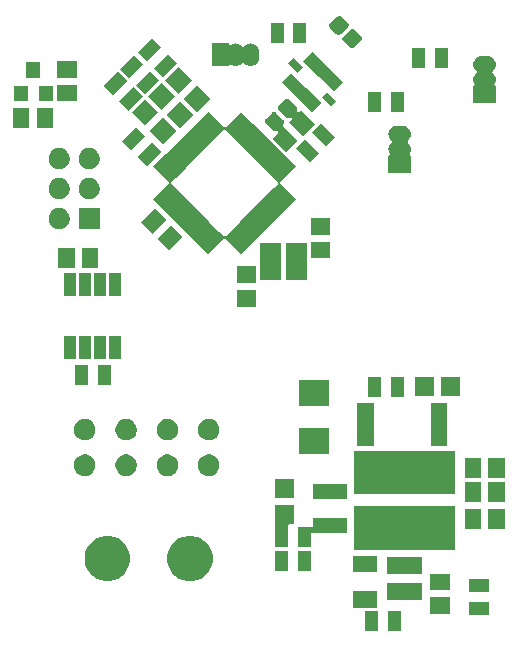
<source format=gts>
G04 #@! TF.GenerationSoftware,KiCad,Pcbnew,5.0.1-33cea8e~68~ubuntu18.04.1*
G04 #@! TF.CreationDate,2019-04-03T20:24:34-04:00*
G04 #@! TF.ProjectId,IMU,494D552E6B696361645F706362000000,rev?*
G04 #@! TF.SameCoordinates,Original*
G04 #@! TF.FileFunction,Soldermask,Top*
G04 #@! TF.FilePolarity,Negative*
%FSLAX46Y46*%
G04 Gerber Fmt 4.6, Leading zero omitted, Abs format (unit mm)*
G04 Created by KiCad (PCBNEW 5.0.1-33cea8e~68~ubuntu18.04.1) date Wed 03 Apr 2019 08:24:34 PM EDT*
%MOMM*%
%LPD*%
G01*
G04 APERTURE LIST*
%ADD10C,0.100000*%
G04 APERTURE END LIST*
D10*
G36*
X152868560Y-123807880D02*
X151768560Y-123807880D01*
X151768560Y-122107880D01*
X152868560Y-122107880D01*
X152868560Y-123807880D01*
X152868560Y-123807880D01*
G37*
G36*
X150968560Y-123807880D02*
X149868560Y-123807880D01*
X149868560Y-122107880D01*
X150968560Y-122107880D01*
X150968560Y-123807880D01*
X150968560Y-123807880D01*
G37*
G36*
X160346560Y-122425880D02*
X158646560Y-122425880D01*
X158646560Y-121325880D01*
X160346560Y-121325880D01*
X160346560Y-122425880D01*
X160346560Y-122425880D01*
G37*
G36*
X157019560Y-122371880D02*
X155369560Y-122371880D01*
X155369560Y-120971880D01*
X157019560Y-120971880D01*
X157019560Y-122371880D01*
X157019560Y-122371880D01*
G37*
G36*
X150844560Y-121855880D02*
X148844560Y-121855880D01*
X148844560Y-120455880D01*
X150844560Y-120455880D01*
X150844560Y-121855880D01*
X150844560Y-121855880D01*
G37*
G36*
X154659660Y-121168380D02*
X151709660Y-121168380D01*
X151709660Y-119708380D01*
X154659660Y-119708380D01*
X154659660Y-121168380D01*
X154659660Y-121168380D01*
G37*
G36*
X160346560Y-120525880D02*
X158646560Y-120525880D01*
X158646560Y-119425880D01*
X160346560Y-119425880D01*
X160346560Y-120525880D01*
X160346560Y-120525880D01*
G37*
G36*
X157019560Y-120371880D02*
X155369560Y-120371880D01*
X155369560Y-118971880D01*
X157019560Y-118971880D01*
X157019560Y-120371880D01*
X157019560Y-120371880D01*
G37*
G36*
X135602379Y-115828896D02*
X135602381Y-115828897D01*
X135602382Y-115828897D01*
X135952709Y-115974007D01*
X135952710Y-115974008D01*
X136267999Y-116184677D01*
X136536123Y-116452801D01*
X136536125Y-116452804D01*
X136746793Y-116768091D01*
X136891903Y-117118418D01*
X136965880Y-117490324D01*
X136965880Y-117869516D01*
X136891903Y-118241422D01*
X136746793Y-118591749D01*
X136746792Y-118591750D01*
X136536123Y-118907039D01*
X136267999Y-119175163D01*
X136267996Y-119175165D01*
X135952709Y-119385833D01*
X135602382Y-119530943D01*
X135602381Y-119530943D01*
X135602379Y-119530944D01*
X135230477Y-119604920D01*
X134851283Y-119604920D01*
X134479381Y-119530944D01*
X134479379Y-119530943D01*
X134479378Y-119530943D01*
X134129051Y-119385833D01*
X133813764Y-119175165D01*
X133813761Y-119175163D01*
X133545637Y-118907039D01*
X133334968Y-118591750D01*
X133334967Y-118591749D01*
X133189857Y-118241422D01*
X133115880Y-117869516D01*
X133115880Y-117490324D01*
X133189857Y-117118418D01*
X133334967Y-116768091D01*
X133545635Y-116452804D01*
X133545637Y-116452801D01*
X133813761Y-116184677D01*
X134129050Y-115974008D01*
X134129051Y-115974007D01*
X134479378Y-115828897D01*
X134479379Y-115828897D01*
X134479381Y-115828896D01*
X134851283Y-115754920D01*
X135230477Y-115754920D01*
X135602379Y-115828896D01*
X135602379Y-115828896D01*
G37*
G36*
X128602379Y-115828896D02*
X128602381Y-115828897D01*
X128602382Y-115828897D01*
X128952709Y-115974007D01*
X128952710Y-115974008D01*
X129267999Y-116184677D01*
X129536123Y-116452801D01*
X129536125Y-116452804D01*
X129746793Y-116768091D01*
X129891903Y-117118418D01*
X129965880Y-117490324D01*
X129965880Y-117869516D01*
X129891903Y-118241422D01*
X129746793Y-118591749D01*
X129746792Y-118591750D01*
X129536123Y-118907039D01*
X129267999Y-119175163D01*
X129267996Y-119175165D01*
X128952709Y-119385833D01*
X128602382Y-119530943D01*
X128602381Y-119530943D01*
X128602379Y-119530944D01*
X128230477Y-119604920D01*
X127851283Y-119604920D01*
X127479381Y-119530944D01*
X127479379Y-119530943D01*
X127479378Y-119530943D01*
X127129051Y-119385833D01*
X126813764Y-119175165D01*
X126813761Y-119175163D01*
X126545637Y-118907039D01*
X126334968Y-118591750D01*
X126334967Y-118591749D01*
X126189857Y-118241422D01*
X126115880Y-117869516D01*
X126115880Y-117490324D01*
X126189857Y-117118418D01*
X126334967Y-116768091D01*
X126545635Y-116452804D01*
X126545637Y-116452801D01*
X126813761Y-116184677D01*
X127129050Y-115974008D01*
X127129051Y-115974007D01*
X127479378Y-115828897D01*
X127479379Y-115828897D01*
X127479381Y-115828896D01*
X127851283Y-115754920D01*
X128230477Y-115754920D01*
X128602379Y-115828896D01*
X128602379Y-115828896D01*
G37*
G36*
X154659660Y-118968380D02*
X151709660Y-118968380D01*
X151709660Y-117508380D01*
X154659660Y-117508380D01*
X154659660Y-118968380D01*
X154659660Y-118968380D01*
G37*
G36*
X150844560Y-118855880D02*
X148844560Y-118855880D01*
X148844560Y-117455880D01*
X150844560Y-117455880D01*
X150844560Y-118855880D01*
X150844560Y-118855880D01*
G37*
G36*
X143348560Y-118727880D02*
X142248560Y-118727880D01*
X142248560Y-117027880D01*
X143348560Y-117027880D01*
X143348560Y-118727880D01*
X143348560Y-118727880D01*
G37*
G36*
X145248560Y-118727880D02*
X144148560Y-118727880D01*
X144148560Y-117027880D01*
X145248560Y-117027880D01*
X145248560Y-118727880D01*
X145248560Y-118727880D01*
G37*
G36*
X157510060Y-116934380D02*
X148910060Y-116934380D01*
X148910060Y-113234380D01*
X157510060Y-113234380D01*
X157510060Y-116934380D01*
X157510060Y-116934380D01*
G37*
G36*
X143847720Y-114775240D02*
X143473560Y-114775240D01*
X143449174Y-114777642D01*
X143425725Y-114784755D01*
X143404114Y-114796306D01*
X143385172Y-114811852D01*
X143369626Y-114830794D01*
X143358075Y-114852405D01*
X143350962Y-114875854D01*
X143348560Y-114900240D01*
X143348560Y-116695880D01*
X142248560Y-116695880D01*
X142248560Y-114900240D01*
X142247720Y-114891712D01*
X142247720Y-113175240D01*
X143847720Y-113175240D01*
X143847720Y-114775240D01*
X143847720Y-114775240D01*
G37*
G36*
X148354060Y-115538380D02*
X145373560Y-115538380D01*
X145349174Y-115540782D01*
X145325725Y-115547895D01*
X145304114Y-115559446D01*
X145285172Y-115574992D01*
X145269626Y-115593934D01*
X145258075Y-115615545D01*
X145250962Y-115638994D01*
X145248560Y-115663380D01*
X145248560Y-116695880D01*
X144148560Y-116695880D01*
X144148560Y-114995880D01*
X145329060Y-114995880D01*
X145353446Y-114993478D01*
X145376895Y-114986365D01*
X145398506Y-114974814D01*
X145417448Y-114959268D01*
X145432994Y-114940326D01*
X145444545Y-114918715D01*
X145451658Y-114895266D01*
X145454060Y-114870880D01*
X145454060Y-114238380D01*
X148354060Y-114238380D01*
X148354060Y-115538380D01*
X148354060Y-115538380D01*
G37*
G36*
X159704560Y-115146880D02*
X158304560Y-115146880D01*
X158304560Y-113496880D01*
X159704560Y-113496880D01*
X159704560Y-115146880D01*
X159704560Y-115146880D01*
G37*
G36*
X161704560Y-115146880D02*
X160304560Y-115146880D01*
X160304560Y-113496880D01*
X161704560Y-113496880D01*
X161704560Y-115146880D01*
X161704560Y-115146880D01*
G37*
G36*
X159704560Y-112860880D02*
X158304560Y-112860880D01*
X158304560Y-111210880D01*
X159704560Y-111210880D01*
X159704560Y-112860880D01*
X159704560Y-112860880D01*
G37*
G36*
X161704560Y-112860880D02*
X160304560Y-112860880D01*
X160304560Y-111210880D01*
X161704560Y-111210880D01*
X161704560Y-112860880D01*
X161704560Y-112860880D01*
G37*
G36*
X148354060Y-112638380D02*
X145454060Y-112638380D01*
X145454060Y-111338380D01*
X148354060Y-111338380D01*
X148354060Y-112638380D01*
X148354060Y-112638380D01*
G37*
G36*
X143847720Y-112575240D02*
X142247720Y-112575240D01*
X142247720Y-110975240D01*
X143847720Y-110975240D01*
X143847720Y-112575240D01*
X143847720Y-112575240D01*
G37*
G36*
X157510060Y-112234380D02*
X148910060Y-112234380D01*
X148910060Y-108534380D01*
X157510060Y-108534380D01*
X157510060Y-112234380D01*
X157510060Y-112234380D01*
G37*
G36*
X159704560Y-110828880D02*
X158304560Y-110828880D01*
X158304560Y-109178880D01*
X159704560Y-109178880D01*
X159704560Y-110828880D01*
X159704560Y-110828880D01*
G37*
G36*
X161704560Y-110828880D02*
X160304560Y-110828880D01*
X160304560Y-109178880D01*
X161704560Y-109178880D01*
X161704560Y-110828880D01*
X161704560Y-110828880D01*
G37*
G36*
X126396314Y-108894890D02*
X126396316Y-108894891D01*
X126396317Y-108894891D01*
X126561927Y-108963489D01*
X126710974Y-109063079D01*
X126837721Y-109189826D01*
X126937311Y-109338873D01*
X127005910Y-109504486D01*
X127040880Y-109680291D01*
X127040880Y-109859549D01*
X127005910Y-110035354D01*
X126937311Y-110200967D01*
X126837721Y-110350014D01*
X126710974Y-110476761D01*
X126710971Y-110476763D01*
X126561927Y-110576351D01*
X126396317Y-110644949D01*
X126396316Y-110644949D01*
X126396314Y-110644950D01*
X126220509Y-110679920D01*
X126041251Y-110679920D01*
X125865446Y-110644950D01*
X125865444Y-110644949D01*
X125865443Y-110644949D01*
X125699833Y-110576351D01*
X125550789Y-110476763D01*
X125550786Y-110476761D01*
X125424039Y-110350014D01*
X125324449Y-110200967D01*
X125255850Y-110035354D01*
X125220880Y-109859549D01*
X125220880Y-109680291D01*
X125255850Y-109504486D01*
X125324449Y-109338873D01*
X125424039Y-109189826D01*
X125550786Y-109063079D01*
X125699833Y-108963489D01*
X125865443Y-108894891D01*
X125865444Y-108894891D01*
X125865446Y-108894890D01*
X126041251Y-108859920D01*
X126220509Y-108859920D01*
X126396314Y-108894890D01*
X126396314Y-108894890D01*
G37*
G36*
X136896314Y-108894890D02*
X136896316Y-108894891D01*
X136896317Y-108894891D01*
X137061927Y-108963489D01*
X137210974Y-109063079D01*
X137337721Y-109189826D01*
X137437311Y-109338873D01*
X137505910Y-109504486D01*
X137540880Y-109680291D01*
X137540880Y-109859549D01*
X137505910Y-110035354D01*
X137437311Y-110200967D01*
X137337721Y-110350014D01*
X137210974Y-110476761D01*
X137210971Y-110476763D01*
X137061927Y-110576351D01*
X136896317Y-110644949D01*
X136896316Y-110644949D01*
X136896314Y-110644950D01*
X136720509Y-110679920D01*
X136541251Y-110679920D01*
X136365446Y-110644950D01*
X136365444Y-110644949D01*
X136365443Y-110644949D01*
X136199833Y-110576351D01*
X136050789Y-110476763D01*
X136050786Y-110476761D01*
X135924039Y-110350014D01*
X135824449Y-110200967D01*
X135755850Y-110035354D01*
X135720880Y-109859549D01*
X135720880Y-109680291D01*
X135755850Y-109504486D01*
X135824449Y-109338873D01*
X135924039Y-109189826D01*
X136050786Y-109063079D01*
X136199833Y-108963489D01*
X136365443Y-108894891D01*
X136365444Y-108894891D01*
X136365446Y-108894890D01*
X136541251Y-108859920D01*
X136720509Y-108859920D01*
X136896314Y-108894890D01*
X136896314Y-108894890D01*
G37*
G36*
X129896314Y-108894890D02*
X129896316Y-108894891D01*
X129896317Y-108894891D01*
X130061927Y-108963489D01*
X130210974Y-109063079D01*
X130337721Y-109189826D01*
X130437311Y-109338873D01*
X130505910Y-109504486D01*
X130540880Y-109680291D01*
X130540880Y-109859549D01*
X130505910Y-110035354D01*
X130437311Y-110200967D01*
X130337721Y-110350014D01*
X130210974Y-110476761D01*
X130210971Y-110476763D01*
X130061927Y-110576351D01*
X129896317Y-110644949D01*
X129896316Y-110644949D01*
X129896314Y-110644950D01*
X129720509Y-110679920D01*
X129541251Y-110679920D01*
X129365446Y-110644950D01*
X129365444Y-110644949D01*
X129365443Y-110644949D01*
X129199833Y-110576351D01*
X129050789Y-110476763D01*
X129050786Y-110476761D01*
X128924039Y-110350014D01*
X128824449Y-110200967D01*
X128755850Y-110035354D01*
X128720880Y-109859549D01*
X128720880Y-109680291D01*
X128755850Y-109504486D01*
X128824449Y-109338873D01*
X128924039Y-109189826D01*
X129050786Y-109063079D01*
X129199833Y-108963489D01*
X129365443Y-108894891D01*
X129365444Y-108894891D01*
X129365446Y-108894890D01*
X129541251Y-108859920D01*
X129720509Y-108859920D01*
X129896314Y-108894890D01*
X129896314Y-108894890D01*
G37*
G36*
X133396314Y-108894890D02*
X133396316Y-108894891D01*
X133396317Y-108894891D01*
X133561927Y-108963489D01*
X133710974Y-109063079D01*
X133837721Y-109189826D01*
X133937311Y-109338873D01*
X134005910Y-109504486D01*
X134040880Y-109680291D01*
X134040880Y-109859549D01*
X134005910Y-110035354D01*
X133937311Y-110200967D01*
X133837721Y-110350014D01*
X133710974Y-110476761D01*
X133710971Y-110476763D01*
X133561927Y-110576351D01*
X133396317Y-110644949D01*
X133396316Y-110644949D01*
X133396314Y-110644950D01*
X133220509Y-110679920D01*
X133041251Y-110679920D01*
X132865446Y-110644950D01*
X132865444Y-110644949D01*
X132865443Y-110644949D01*
X132699833Y-110576351D01*
X132550789Y-110476763D01*
X132550786Y-110476761D01*
X132424039Y-110350014D01*
X132324449Y-110200967D01*
X132255850Y-110035354D01*
X132220880Y-109859549D01*
X132220880Y-109680291D01*
X132255850Y-109504486D01*
X132324449Y-109338873D01*
X132424039Y-109189826D01*
X132550786Y-109063079D01*
X132699833Y-108963489D01*
X132865443Y-108894891D01*
X132865444Y-108894891D01*
X132865446Y-108894890D01*
X133041251Y-108859920D01*
X133220509Y-108859920D01*
X133396314Y-108894890D01*
X133396314Y-108894890D01*
G37*
G36*
X146806060Y-108806880D02*
X144247060Y-108806880D01*
X144247060Y-106628880D01*
X146806060Y-106628880D01*
X146806060Y-108806880D01*
X146806060Y-108806880D01*
G37*
G36*
X150619560Y-108120880D02*
X149219560Y-108120880D01*
X149219560Y-104520880D01*
X150619560Y-104520880D01*
X150619560Y-108120880D01*
X150619560Y-108120880D01*
G37*
G36*
X156819560Y-108120880D02*
X155419560Y-108120880D01*
X155419560Y-104520880D01*
X156819560Y-104520880D01*
X156819560Y-108120880D01*
X156819560Y-108120880D01*
G37*
G36*
X129896314Y-105894890D02*
X129896316Y-105894891D01*
X129896317Y-105894891D01*
X130061927Y-105963489D01*
X130210974Y-106063079D01*
X130337721Y-106189826D01*
X130437311Y-106338873D01*
X130505910Y-106504486D01*
X130540880Y-106680291D01*
X130540880Y-106859549D01*
X130505910Y-107035354D01*
X130437311Y-107200967D01*
X130337721Y-107350014D01*
X130210974Y-107476761D01*
X130210971Y-107476763D01*
X130061927Y-107576351D01*
X129896317Y-107644949D01*
X129896316Y-107644949D01*
X129896314Y-107644950D01*
X129720509Y-107679920D01*
X129541251Y-107679920D01*
X129365446Y-107644950D01*
X129365444Y-107644949D01*
X129365443Y-107644949D01*
X129199833Y-107576351D01*
X129050789Y-107476763D01*
X129050786Y-107476761D01*
X128924039Y-107350014D01*
X128824449Y-107200967D01*
X128755850Y-107035354D01*
X128720880Y-106859549D01*
X128720880Y-106680291D01*
X128755850Y-106504486D01*
X128824449Y-106338873D01*
X128924039Y-106189826D01*
X129050786Y-106063079D01*
X129199833Y-105963489D01*
X129365443Y-105894891D01*
X129365444Y-105894891D01*
X129365446Y-105894890D01*
X129541251Y-105859920D01*
X129720509Y-105859920D01*
X129896314Y-105894890D01*
X129896314Y-105894890D01*
G37*
G36*
X133396314Y-105894890D02*
X133396316Y-105894891D01*
X133396317Y-105894891D01*
X133561927Y-105963489D01*
X133710974Y-106063079D01*
X133837721Y-106189826D01*
X133937311Y-106338873D01*
X134005910Y-106504486D01*
X134040880Y-106680291D01*
X134040880Y-106859549D01*
X134005910Y-107035354D01*
X133937311Y-107200967D01*
X133837721Y-107350014D01*
X133710974Y-107476761D01*
X133710971Y-107476763D01*
X133561927Y-107576351D01*
X133396317Y-107644949D01*
X133396316Y-107644949D01*
X133396314Y-107644950D01*
X133220509Y-107679920D01*
X133041251Y-107679920D01*
X132865446Y-107644950D01*
X132865444Y-107644949D01*
X132865443Y-107644949D01*
X132699833Y-107576351D01*
X132550789Y-107476763D01*
X132550786Y-107476761D01*
X132424039Y-107350014D01*
X132324449Y-107200967D01*
X132255850Y-107035354D01*
X132220880Y-106859549D01*
X132220880Y-106680291D01*
X132255850Y-106504486D01*
X132324449Y-106338873D01*
X132424039Y-106189826D01*
X132550786Y-106063079D01*
X132699833Y-105963489D01*
X132865443Y-105894891D01*
X132865444Y-105894891D01*
X132865446Y-105894890D01*
X133041251Y-105859920D01*
X133220509Y-105859920D01*
X133396314Y-105894890D01*
X133396314Y-105894890D01*
G37*
G36*
X126396314Y-105894890D02*
X126396316Y-105894891D01*
X126396317Y-105894891D01*
X126561927Y-105963489D01*
X126710974Y-106063079D01*
X126837721Y-106189826D01*
X126937311Y-106338873D01*
X127005910Y-106504486D01*
X127040880Y-106680291D01*
X127040880Y-106859549D01*
X127005910Y-107035354D01*
X126937311Y-107200967D01*
X126837721Y-107350014D01*
X126710974Y-107476761D01*
X126710971Y-107476763D01*
X126561927Y-107576351D01*
X126396317Y-107644949D01*
X126396316Y-107644949D01*
X126396314Y-107644950D01*
X126220509Y-107679920D01*
X126041251Y-107679920D01*
X125865446Y-107644950D01*
X125865444Y-107644949D01*
X125865443Y-107644949D01*
X125699833Y-107576351D01*
X125550789Y-107476763D01*
X125550786Y-107476761D01*
X125424039Y-107350014D01*
X125324449Y-107200967D01*
X125255850Y-107035354D01*
X125220880Y-106859549D01*
X125220880Y-106680291D01*
X125255850Y-106504486D01*
X125324449Y-106338873D01*
X125424039Y-106189826D01*
X125550786Y-106063079D01*
X125699833Y-105963489D01*
X125865443Y-105894891D01*
X125865444Y-105894891D01*
X125865446Y-105894890D01*
X126041251Y-105859920D01*
X126220509Y-105859920D01*
X126396314Y-105894890D01*
X126396314Y-105894890D01*
G37*
G36*
X136896314Y-105894890D02*
X136896316Y-105894891D01*
X136896317Y-105894891D01*
X137061927Y-105963489D01*
X137210974Y-106063079D01*
X137337721Y-106189826D01*
X137437311Y-106338873D01*
X137505910Y-106504486D01*
X137540880Y-106680291D01*
X137540880Y-106859549D01*
X137505910Y-107035354D01*
X137437311Y-107200967D01*
X137337721Y-107350014D01*
X137210974Y-107476761D01*
X137210971Y-107476763D01*
X137061927Y-107576351D01*
X136896317Y-107644949D01*
X136896316Y-107644949D01*
X136896314Y-107644950D01*
X136720509Y-107679920D01*
X136541251Y-107679920D01*
X136365446Y-107644950D01*
X136365444Y-107644949D01*
X136365443Y-107644949D01*
X136199833Y-107576351D01*
X136050789Y-107476763D01*
X136050786Y-107476761D01*
X135924039Y-107350014D01*
X135824449Y-107200967D01*
X135755850Y-107035354D01*
X135720880Y-106859549D01*
X135720880Y-106680291D01*
X135755850Y-106504486D01*
X135824449Y-106338873D01*
X135924039Y-106189826D01*
X136050786Y-106063079D01*
X136199833Y-105963489D01*
X136365443Y-105894891D01*
X136365444Y-105894891D01*
X136365446Y-105894890D01*
X136541251Y-105859920D01*
X136720509Y-105859920D01*
X136896314Y-105894890D01*
X136896314Y-105894890D01*
G37*
G36*
X146806060Y-104742880D02*
X144247060Y-104742880D01*
X144247060Y-102564880D01*
X146806060Y-102564880D01*
X146806060Y-104742880D01*
X146806060Y-104742880D01*
G37*
G36*
X153122560Y-103995880D02*
X152022560Y-103995880D01*
X152022560Y-102295880D01*
X153122560Y-102295880D01*
X153122560Y-103995880D01*
X153122560Y-103995880D01*
G37*
G36*
X151222560Y-103995880D02*
X150122560Y-103995880D01*
X150122560Y-102295880D01*
X151222560Y-102295880D01*
X151222560Y-103995880D01*
X151222560Y-103995880D01*
G37*
G36*
X157924560Y-103945880D02*
X156324560Y-103945880D01*
X156324560Y-102345880D01*
X157924560Y-102345880D01*
X157924560Y-103945880D01*
X157924560Y-103945880D01*
G37*
G36*
X155724560Y-103945880D02*
X154124560Y-103945880D01*
X154124560Y-102345880D01*
X155724560Y-102345880D01*
X155724560Y-103945880D01*
X155724560Y-103945880D01*
G37*
G36*
X128337440Y-102993560D02*
X127237440Y-102993560D01*
X127237440Y-101293560D01*
X128337440Y-101293560D01*
X128337440Y-102993560D01*
X128337440Y-102993560D01*
G37*
G36*
X126437440Y-102993560D02*
X125337440Y-102993560D01*
X125337440Y-101293560D01*
X126437440Y-101293560D01*
X126437440Y-102993560D01*
X126437440Y-102993560D01*
G37*
G36*
X127896240Y-100809680D02*
X126896240Y-100809680D01*
X126896240Y-98859680D01*
X127896240Y-98859680D01*
X127896240Y-100809680D01*
X127896240Y-100809680D01*
G37*
G36*
X129166240Y-100809680D02*
X128166240Y-100809680D01*
X128166240Y-98859680D01*
X129166240Y-98859680D01*
X129166240Y-100809680D01*
X129166240Y-100809680D01*
G37*
G36*
X125356240Y-100809680D02*
X124356240Y-100809680D01*
X124356240Y-98859680D01*
X125356240Y-98859680D01*
X125356240Y-100809680D01*
X125356240Y-100809680D01*
G37*
G36*
X126626240Y-100809680D02*
X125626240Y-100809680D01*
X125626240Y-98859680D01*
X126626240Y-98859680D01*
X126626240Y-100809680D01*
X126626240Y-100809680D01*
G37*
G36*
X140636760Y-96340400D02*
X138986760Y-96340400D01*
X138986760Y-94940400D01*
X140636760Y-94940400D01*
X140636760Y-96340400D01*
X140636760Y-96340400D01*
G37*
G36*
X127896240Y-95409680D02*
X126896240Y-95409680D01*
X126896240Y-93459680D01*
X127896240Y-93459680D01*
X127896240Y-95409680D01*
X127896240Y-95409680D01*
G37*
G36*
X126626240Y-95409680D02*
X125626240Y-95409680D01*
X125626240Y-93459680D01*
X126626240Y-93459680D01*
X126626240Y-95409680D01*
X126626240Y-95409680D01*
G37*
G36*
X125356240Y-95409680D02*
X124356240Y-95409680D01*
X124356240Y-93459680D01*
X125356240Y-93459680D01*
X125356240Y-95409680D01*
X125356240Y-95409680D01*
G37*
G36*
X129166240Y-95409680D02*
X128166240Y-95409680D01*
X128166240Y-93459680D01*
X129166240Y-93459680D01*
X129166240Y-95409680D01*
X129166240Y-95409680D01*
G37*
G36*
X140636760Y-94340400D02*
X138986760Y-94340400D01*
X138986760Y-92940400D01*
X140636760Y-92940400D01*
X140636760Y-94340400D01*
X140636760Y-94340400D01*
G37*
G36*
X144981680Y-94116960D02*
X143181680Y-94116960D01*
X143181680Y-90916960D01*
X144981680Y-90916960D01*
X144981680Y-94116960D01*
X144981680Y-94116960D01*
G37*
G36*
X142781680Y-94116960D02*
X140981680Y-94116960D01*
X140981680Y-90916960D01*
X142781680Y-90916960D01*
X142781680Y-94116960D01*
X142781680Y-94116960D01*
G37*
G36*
X125277600Y-93042240D02*
X123877600Y-93042240D01*
X123877600Y-91392240D01*
X125277600Y-91392240D01*
X125277600Y-93042240D01*
X125277600Y-93042240D01*
G37*
G36*
X127277600Y-93042240D02*
X125877600Y-93042240D01*
X125877600Y-91392240D01*
X127277600Y-91392240D01*
X127277600Y-93042240D01*
X127277600Y-93042240D01*
G37*
G36*
X146910560Y-92251000D02*
X145260560Y-92251000D01*
X145260560Y-90851000D01*
X146910560Y-90851000D01*
X146910560Y-92251000D01*
X146910560Y-92251000D01*
G37*
G36*
X140135088Y-80607299D02*
X140135093Y-80607305D01*
X140417936Y-80890148D01*
X140417942Y-80890153D01*
X142963515Y-83435726D01*
X142963520Y-83435732D01*
X143246363Y-83718575D01*
X143246369Y-83718580D01*
X144006503Y-84478714D01*
X142698355Y-85786862D01*
X142682809Y-85805804D01*
X142671258Y-85827415D01*
X142664145Y-85850864D01*
X142661743Y-85875250D01*
X142664145Y-85899636D01*
X142671258Y-85923085D01*
X142682809Y-85944696D01*
X142698355Y-85963638D01*
X144006503Y-87271786D01*
X139374953Y-91903336D01*
X138066805Y-90595188D01*
X138047863Y-90579642D01*
X138026252Y-90568091D01*
X138002803Y-90560978D01*
X137978417Y-90558576D01*
X137954031Y-90560978D01*
X137930582Y-90568091D01*
X137908971Y-90579642D01*
X137890029Y-90595188D01*
X136581881Y-91903336D01*
X135821747Y-91143202D01*
X135821742Y-91143196D01*
X135538899Y-90860353D01*
X135538893Y-90860348D01*
X132993320Y-88314775D01*
X132993315Y-88314769D01*
X132710472Y-88031926D01*
X132710466Y-88031921D01*
X131950331Y-87271786D01*
X133258479Y-85963638D01*
X133274025Y-85944696D01*
X133285576Y-85923085D01*
X133292689Y-85899636D01*
X133295091Y-85875250D01*
X133433999Y-85875250D01*
X133436401Y-85899636D01*
X133443514Y-85923085D01*
X133455065Y-85944696D01*
X133470611Y-85963638D01*
X133841843Y-86334870D01*
X133841849Y-86334875D01*
X134690366Y-87183392D01*
X134690371Y-87183398D01*
X136670270Y-89163297D01*
X136670276Y-89163302D01*
X137518793Y-90011819D01*
X137518798Y-90011825D01*
X137890029Y-90383056D01*
X137908971Y-90398602D01*
X137930582Y-90410153D01*
X137954031Y-90417266D01*
X137978417Y-90419668D01*
X138002803Y-90417266D01*
X138026252Y-90410153D01*
X138047863Y-90398602D01*
X138066805Y-90383056D01*
X138438042Y-90011819D01*
X138438046Y-90011814D01*
X139286554Y-89163306D01*
X139286560Y-89163301D01*
X141266469Y-87183392D01*
X141266473Y-87183387D01*
X142114981Y-86334879D01*
X142114986Y-86334875D01*
X142486223Y-85963638D01*
X142501769Y-85944696D01*
X142513320Y-85923085D01*
X142520433Y-85899636D01*
X142522835Y-85875250D01*
X142520433Y-85850864D01*
X142513320Y-85827414D01*
X142501769Y-85805804D01*
X142486223Y-85786862D01*
X142114992Y-85415631D01*
X142114986Y-85415626D01*
X141266469Y-84567109D01*
X141266464Y-84567103D01*
X139286565Y-82587204D01*
X139286559Y-82587199D01*
X138438042Y-81738682D01*
X138438037Y-81738676D01*
X138066805Y-81367444D01*
X138047863Y-81351898D01*
X138026252Y-81340347D01*
X138002803Y-81333234D01*
X137978417Y-81330832D01*
X137954031Y-81333234D01*
X137930582Y-81340347D01*
X137908971Y-81351898D01*
X137890029Y-81367444D01*
X137518798Y-81738676D01*
X136670270Y-82587204D01*
X136299039Y-82958434D01*
X134973213Y-84284260D01*
X134690371Y-84567103D01*
X133841843Y-85415631D01*
X133470611Y-85786862D01*
X133455065Y-85805804D01*
X133443514Y-85827415D01*
X133436401Y-85850864D01*
X133433999Y-85875250D01*
X133295091Y-85875250D01*
X133292689Y-85850864D01*
X133285576Y-85827415D01*
X133274025Y-85805804D01*
X133258479Y-85786862D01*
X131950331Y-84478714D01*
X132710461Y-83718584D01*
X132710466Y-83718580D01*
X132993320Y-83435726D01*
X132993324Y-83435721D01*
X135538888Y-80890157D01*
X135538894Y-80890152D01*
X135821747Y-80607299D01*
X135821751Y-80607294D01*
X136581881Y-79847164D01*
X137890029Y-81155312D01*
X137908971Y-81170858D01*
X137930582Y-81182409D01*
X137954031Y-81189522D01*
X137978417Y-81191924D01*
X138002803Y-81189522D01*
X138026252Y-81182409D01*
X138047863Y-81170858D01*
X138066805Y-81155312D01*
X139374953Y-79847164D01*
X140135088Y-80607299D01*
X140135088Y-80607299D01*
G37*
G36*
X134459806Y-90417879D02*
X133293079Y-91584606D01*
X132303128Y-90594655D01*
X133469855Y-89427928D01*
X134459806Y-90417879D01*
X134459806Y-90417879D01*
G37*
G36*
X146910560Y-90251000D02*
X145260560Y-90251000D01*
X145260560Y-88851000D01*
X146910560Y-88851000D01*
X146910560Y-90251000D01*
X146910560Y-90251000D01*
G37*
G36*
X133045592Y-89003665D02*
X131878865Y-90170392D01*
X130888914Y-89180441D01*
X132055641Y-88013714D01*
X133045592Y-89003665D01*
X133045592Y-89003665D01*
G37*
G36*
X127407240Y-89800000D02*
X125607240Y-89800000D01*
X125607240Y-88000000D01*
X127407240Y-88000000D01*
X127407240Y-89800000D01*
X127407240Y-89800000D01*
G37*
G36*
X124229761Y-88034586D02*
X124393549Y-88102429D01*
X124540960Y-88200926D01*
X124666314Y-88326280D01*
X124764811Y-88473691D01*
X124832654Y-88637479D01*
X124867240Y-88811356D01*
X124867240Y-88988644D01*
X124832654Y-89162521D01*
X124764811Y-89326309D01*
X124666314Y-89473720D01*
X124540960Y-89599074D01*
X124393549Y-89697571D01*
X124229761Y-89765414D01*
X124055884Y-89800000D01*
X123878596Y-89800000D01*
X123704719Y-89765414D01*
X123540931Y-89697571D01*
X123393520Y-89599074D01*
X123268166Y-89473720D01*
X123169669Y-89326309D01*
X123101826Y-89162521D01*
X123067240Y-88988644D01*
X123067240Y-88811356D01*
X123101826Y-88637479D01*
X123169669Y-88473691D01*
X123268166Y-88326280D01*
X123393520Y-88200926D01*
X123540931Y-88102429D01*
X123704719Y-88034586D01*
X123878596Y-88000000D01*
X124055884Y-88000000D01*
X124229761Y-88034586D01*
X124229761Y-88034586D01*
G37*
G36*
X126769761Y-85494586D02*
X126933549Y-85562429D01*
X127080960Y-85660926D01*
X127206314Y-85786280D01*
X127304811Y-85933691D01*
X127372654Y-86097479D01*
X127407240Y-86271356D01*
X127407240Y-86448644D01*
X127372654Y-86622521D01*
X127304811Y-86786309D01*
X127206314Y-86933720D01*
X127080960Y-87059074D01*
X126933549Y-87157571D01*
X126769761Y-87225414D01*
X126595884Y-87260000D01*
X126418596Y-87260000D01*
X126244719Y-87225414D01*
X126080931Y-87157571D01*
X125933520Y-87059074D01*
X125808166Y-86933720D01*
X125709669Y-86786309D01*
X125641826Y-86622521D01*
X125607240Y-86448644D01*
X125607240Y-86271356D01*
X125641826Y-86097479D01*
X125709669Y-85933691D01*
X125808166Y-85786280D01*
X125933520Y-85660926D01*
X126080931Y-85562429D01*
X126244719Y-85494586D01*
X126418596Y-85460000D01*
X126595884Y-85460000D01*
X126769761Y-85494586D01*
X126769761Y-85494586D01*
G37*
G36*
X124229761Y-85494586D02*
X124393549Y-85562429D01*
X124540960Y-85660926D01*
X124666314Y-85786280D01*
X124764811Y-85933691D01*
X124832654Y-86097479D01*
X124867240Y-86271356D01*
X124867240Y-86448644D01*
X124832654Y-86622521D01*
X124764811Y-86786309D01*
X124666314Y-86933720D01*
X124540960Y-87059074D01*
X124393549Y-87157571D01*
X124229761Y-87225414D01*
X124055884Y-87260000D01*
X123878596Y-87260000D01*
X123704719Y-87225414D01*
X123540931Y-87157571D01*
X123393520Y-87059074D01*
X123268166Y-86933720D01*
X123169669Y-86786309D01*
X123101826Y-86622521D01*
X123067240Y-86448644D01*
X123067240Y-86271356D01*
X123101826Y-86097479D01*
X123169669Y-85933691D01*
X123268166Y-85786280D01*
X123393520Y-85660926D01*
X123540931Y-85562429D01*
X123704719Y-85494586D01*
X123878596Y-85460000D01*
X124055884Y-85460000D01*
X124229761Y-85494586D01*
X124229761Y-85494586D01*
G37*
G36*
X153092353Y-81020777D02*
X153163365Y-81027771D01*
X153242229Y-81051694D01*
X153300029Y-81069227D01*
X153425978Y-81136549D01*
X153536372Y-81227148D01*
X153626971Y-81337542D01*
X153694293Y-81463491D01*
X153694293Y-81463492D01*
X153735749Y-81600155D01*
X153749747Y-81742280D01*
X153735749Y-81884405D01*
X153708112Y-81975514D01*
X153694293Y-82021069D01*
X153626971Y-82147018D01*
X153536372Y-82257412D01*
X153508052Y-82280654D01*
X153490725Y-82297981D01*
X153477111Y-82318355D01*
X153467733Y-82340994D01*
X153462953Y-82365028D01*
X153462953Y-82389532D01*
X153467733Y-82413566D01*
X153477111Y-82436205D01*
X153490725Y-82456579D01*
X153508052Y-82473906D01*
X153536372Y-82497148D01*
X153626971Y-82607542D01*
X153694293Y-82733491D01*
X153694293Y-82733492D01*
X153735749Y-82870155D01*
X153749747Y-83012280D01*
X153735749Y-83154405D01*
X153714947Y-83222979D01*
X153694293Y-83291069D01*
X153650309Y-83373355D01*
X153640932Y-83395993D01*
X153636151Y-83420027D01*
X153636151Y-83444531D01*
X153640931Y-83468565D01*
X153650308Y-83491204D01*
X153663922Y-83511578D01*
X153681249Y-83528906D01*
X153701624Y-83542520D01*
X153724262Y-83551897D01*
X153746240Y-83556269D01*
X153746240Y-85007280D01*
X151846240Y-85007280D01*
X151846240Y-83555871D01*
X151856317Y-83554878D01*
X151879766Y-83547765D01*
X151901377Y-83536214D01*
X151920319Y-83520668D01*
X151935865Y-83501726D01*
X151947416Y-83480115D01*
X151954529Y-83456666D01*
X151956931Y-83432280D01*
X151954529Y-83407894D01*
X151947416Y-83384445D01*
X151942171Y-83373355D01*
X151898187Y-83291069D01*
X151877533Y-83222979D01*
X151856731Y-83154405D01*
X151842733Y-83012280D01*
X151856731Y-82870155D01*
X151898187Y-82733492D01*
X151898187Y-82733491D01*
X151965509Y-82607542D01*
X152056108Y-82497148D01*
X152084428Y-82473906D01*
X152101755Y-82456579D01*
X152115369Y-82436205D01*
X152124747Y-82413566D01*
X152129527Y-82389532D01*
X152129527Y-82365028D01*
X152124747Y-82340994D01*
X152115369Y-82318355D01*
X152101755Y-82297981D01*
X152084428Y-82280654D01*
X152056108Y-82257412D01*
X151965509Y-82147018D01*
X151898187Y-82021069D01*
X151884368Y-81975514D01*
X151856731Y-81884405D01*
X151842733Y-81742280D01*
X151856731Y-81600155D01*
X151898187Y-81463492D01*
X151898187Y-81463491D01*
X151965509Y-81337542D01*
X152056108Y-81227148D01*
X152166502Y-81136549D01*
X152292451Y-81069227D01*
X152350251Y-81051694D01*
X152429115Y-81027771D01*
X152500127Y-81020777D01*
X152535632Y-81017280D01*
X153056848Y-81017280D01*
X153092353Y-81020777D01*
X153092353Y-81020777D01*
G37*
G36*
X124229761Y-82954586D02*
X124393549Y-83022429D01*
X124540960Y-83120926D01*
X124666314Y-83246280D01*
X124764811Y-83393691D01*
X124832654Y-83557479D01*
X124867240Y-83731356D01*
X124867240Y-83908644D01*
X124832654Y-84082521D01*
X124764811Y-84246309D01*
X124666314Y-84393720D01*
X124540960Y-84519074D01*
X124393549Y-84617571D01*
X124229761Y-84685414D01*
X124055884Y-84720000D01*
X123878596Y-84720000D01*
X123704719Y-84685414D01*
X123540931Y-84617571D01*
X123393520Y-84519074D01*
X123268166Y-84393720D01*
X123169669Y-84246309D01*
X123101826Y-84082521D01*
X123067240Y-83908644D01*
X123067240Y-83731356D01*
X123101826Y-83557479D01*
X123169669Y-83393691D01*
X123268166Y-83246280D01*
X123393520Y-83120926D01*
X123540931Y-83022429D01*
X123704719Y-82954586D01*
X123878596Y-82920000D01*
X124055884Y-82920000D01*
X124229761Y-82954586D01*
X124229761Y-82954586D01*
G37*
G36*
X126769761Y-82954586D02*
X126933549Y-83022429D01*
X127080960Y-83120926D01*
X127206314Y-83246280D01*
X127304811Y-83393691D01*
X127372654Y-83557479D01*
X127407240Y-83731356D01*
X127407240Y-83908644D01*
X127372654Y-84082521D01*
X127304811Y-84246309D01*
X127206314Y-84393720D01*
X127080960Y-84519074D01*
X126933549Y-84617571D01*
X126769761Y-84685414D01*
X126595884Y-84720000D01*
X126418596Y-84720000D01*
X126244719Y-84685414D01*
X126080931Y-84617571D01*
X125933520Y-84519074D01*
X125808166Y-84393720D01*
X125709669Y-84246309D01*
X125641826Y-84082521D01*
X125607240Y-83908644D01*
X125607240Y-83731356D01*
X125641826Y-83557479D01*
X125709669Y-83393691D01*
X125808166Y-83246280D01*
X125933520Y-83120926D01*
X126080931Y-83022429D01*
X126244719Y-82954586D01*
X126418596Y-82920000D01*
X126595884Y-82920000D01*
X126769761Y-82954586D01*
X126769761Y-82954586D01*
G37*
G36*
X132588541Y-83222979D02*
X131386459Y-84425061D01*
X130608641Y-83647243D01*
X131810723Y-82445161D01*
X132588541Y-83222979D01*
X132588541Y-83222979D01*
G37*
G36*
X146006328Y-83348714D02*
X145228510Y-84126532D01*
X144026428Y-82924450D01*
X144804246Y-82146632D01*
X146006328Y-83348714D01*
X146006328Y-83348714D01*
G37*
G36*
X142219001Y-79844996D02*
X142266964Y-79859545D01*
X142311154Y-79883165D01*
X142354672Y-79918880D01*
X142938178Y-80502386D01*
X142973895Y-80545906D01*
X142997515Y-80590096D01*
X143012064Y-80638059D01*
X143016976Y-80687931D01*
X143012064Y-80737803D01*
X142997515Y-80785766D01*
X142973895Y-80829956D01*
X142938181Y-80873473D01*
X142936729Y-80874925D01*
X142921185Y-80893869D01*
X142909636Y-80915481D01*
X142902525Y-80938930D01*
X142900125Y-80963317D01*
X142902529Y-80987703D01*
X142909644Y-81011151D01*
X142921197Y-81032761D01*
X142936737Y-81051694D01*
X144182505Y-82297462D01*
X143192554Y-83287413D01*
X142025827Y-82120686D01*
X142504458Y-81642055D01*
X142520004Y-81623113D01*
X142531555Y-81601502D01*
X142538668Y-81578053D01*
X142541070Y-81553667D01*
X142538668Y-81529281D01*
X142531555Y-81505832D01*
X142520004Y-81484221D01*
X142504458Y-81465279D01*
X142485516Y-81449733D01*
X142463905Y-81438182D01*
X142440456Y-81431069D01*
X142416070Y-81428667D01*
X142391684Y-81431069D01*
X142357146Y-81443427D01*
X142319998Y-81463283D01*
X142272035Y-81477832D01*
X142222163Y-81482744D01*
X142172291Y-81477832D01*
X142124328Y-81463283D01*
X142080138Y-81439663D01*
X142036620Y-81403948D01*
X141453112Y-80820440D01*
X141417397Y-80776922D01*
X141393777Y-80732732D01*
X141379228Y-80684769D01*
X141374316Y-80634897D01*
X141379228Y-80585025D01*
X141393777Y-80537062D01*
X141417397Y-80492872D01*
X141453112Y-80449354D01*
X141983586Y-79918880D01*
X142027104Y-79883165D01*
X142071294Y-79859545D01*
X142119257Y-79844996D01*
X142169129Y-79840084D01*
X142219001Y-79844996D01*
X142219001Y-79844996D01*
G37*
G36*
X131245039Y-81879477D02*
X130042957Y-83081559D01*
X129265139Y-82303741D01*
X130467221Y-81101659D01*
X131245039Y-81879477D01*
X131245039Y-81879477D01*
G37*
G36*
X147349830Y-82005212D02*
X146572012Y-82783030D01*
X145369930Y-81580948D01*
X146147748Y-80803130D01*
X147349830Y-82005212D01*
X147349830Y-82005212D01*
G37*
G36*
X133909872Y-81447640D02*
X132778500Y-82579012D01*
X131647128Y-81447640D01*
X132778500Y-80316268D01*
X133909872Y-81447640D01*
X133909872Y-81447640D01*
G37*
G36*
X143332695Y-78731302D02*
X143380658Y-78745851D01*
X143424848Y-78769471D01*
X143468366Y-78805186D01*
X144051872Y-79388692D01*
X144087589Y-79432212D01*
X144111209Y-79476402D01*
X144125758Y-79524365D01*
X144130670Y-79574237D01*
X144125758Y-79624109D01*
X144111209Y-79672072D01*
X144091353Y-79709220D01*
X144081975Y-79731859D01*
X144077195Y-79755893D01*
X144077195Y-79780397D01*
X144081976Y-79804430D01*
X144091353Y-79827069D01*
X144104967Y-79847444D01*
X144122294Y-79864771D01*
X144142669Y-79878384D01*
X144165308Y-79887762D01*
X144189342Y-79892542D01*
X144213846Y-79892542D01*
X144237879Y-79887761D01*
X144260518Y-79878384D01*
X144289981Y-79856532D01*
X144429992Y-79716521D01*
X145596719Y-80883248D01*
X144606768Y-81873199D01*
X143440041Y-80706472D01*
X143618152Y-80528361D01*
X143633698Y-80509419D01*
X143645249Y-80487808D01*
X143652362Y-80464359D01*
X143654764Y-80439973D01*
X143652362Y-80415587D01*
X143645249Y-80392138D01*
X143633698Y-80370527D01*
X143618152Y-80351585D01*
X143599210Y-80336039D01*
X143577599Y-80324488D01*
X143554150Y-80317375D01*
X143529764Y-80314973D01*
X143505378Y-80317375D01*
X143470840Y-80329733D01*
X143433692Y-80349589D01*
X143385729Y-80364138D01*
X143335857Y-80369050D01*
X143285985Y-80364138D01*
X143238022Y-80349589D01*
X143193832Y-80325969D01*
X143150314Y-80290254D01*
X142566806Y-79706746D01*
X142531091Y-79663228D01*
X142507471Y-79619038D01*
X142492922Y-79571075D01*
X142488010Y-79521203D01*
X142492922Y-79471331D01*
X142507471Y-79423368D01*
X142531091Y-79379178D01*
X142566806Y-79335660D01*
X143097280Y-78805186D01*
X143140798Y-78769471D01*
X143184988Y-78745851D01*
X143232951Y-78731302D01*
X143282823Y-78726390D01*
X143332695Y-78731302D01*
X143332695Y-78731302D01*
G37*
G36*
X135308026Y-80100054D02*
X134176654Y-81231426D01*
X133045282Y-80100054D01*
X134176654Y-78968682D01*
X135308026Y-80100054D01*
X135308026Y-80100054D01*
G37*
G36*
X121452243Y-81182177D02*
X120052243Y-81182177D01*
X120052243Y-79532177D01*
X121452243Y-79532177D01*
X121452243Y-81182177D01*
X121452243Y-81182177D01*
G37*
G36*
X123452243Y-81182177D02*
X122052243Y-81182177D01*
X122052243Y-79532177D01*
X123452243Y-79532177D01*
X123452243Y-81182177D01*
X123452243Y-81182177D01*
G37*
G36*
X132354238Y-79892006D02*
X131222866Y-81023378D01*
X130091494Y-79892006D01*
X131222866Y-78760634D01*
X132354238Y-79892006D01*
X132354238Y-79892006D01*
G37*
G36*
X144864894Y-77799525D02*
X144864899Y-77799531D01*
X144935610Y-77870242D01*
X144935616Y-77870247D01*
X146190725Y-79125356D01*
X145412907Y-79903174D01*
X144440635Y-78930902D01*
X144440629Y-78930897D01*
X143804244Y-78294512D01*
X143804239Y-78294506D01*
X142831966Y-77322233D01*
X143609784Y-76544415D01*
X144864894Y-77799525D01*
X144864894Y-77799525D01*
G37*
G36*
X136734929Y-78738037D02*
X135603557Y-79869409D01*
X134472185Y-78738037D01*
X135603557Y-77606665D01*
X136734929Y-78738037D01*
X136734929Y-78738037D01*
G37*
G36*
X153137960Y-79854160D02*
X152037960Y-79854160D01*
X152037960Y-78154160D01*
X153137960Y-78154160D01*
X153137960Y-79854160D01*
X153137960Y-79854160D01*
G37*
G36*
X151237960Y-79854160D02*
X150137960Y-79854160D01*
X150137960Y-78154160D01*
X151237960Y-78154160D01*
X151237960Y-79854160D01*
X151237960Y-79854160D01*
G37*
G36*
X131028981Y-78549379D02*
X129826899Y-79751461D01*
X129049081Y-78973643D01*
X130251163Y-77771561D01*
X131028981Y-78549379D01*
X131028981Y-78549379D01*
G37*
G36*
X133752392Y-78544420D02*
X132621020Y-79675792D01*
X131489648Y-78544420D01*
X132621020Y-77413048D01*
X133752392Y-78544420D01*
X133752392Y-78544420D01*
G37*
G36*
X147445839Y-78916759D02*
X146986219Y-79376379D01*
X146208401Y-78598561D01*
X146668021Y-78138941D01*
X147445839Y-78916759D01*
X147445839Y-78916759D01*
G37*
G36*
X160280553Y-75122897D02*
X160351565Y-75129891D01*
X160442674Y-75157528D01*
X160488229Y-75171347D01*
X160614178Y-75238669D01*
X160724572Y-75329268D01*
X160815171Y-75439662D01*
X160882493Y-75565611D01*
X160882493Y-75565612D01*
X160923949Y-75702275D01*
X160937947Y-75844400D01*
X160923949Y-75986525D01*
X160904381Y-76051031D01*
X160882493Y-76123189D01*
X160815171Y-76249138D01*
X160724572Y-76359532D01*
X160696252Y-76382774D01*
X160678925Y-76400101D01*
X160665311Y-76420475D01*
X160655933Y-76443114D01*
X160651153Y-76467148D01*
X160651153Y-76491652D01*
X160655933Y-76515686D01*
X160665311Y-76538325D01*
X160678925Y-76558699D01*
X160696252Y-76576026D01*
X160724572Y-76599268D01*
X160815171Y-76709662D01*
X160882493Y-76835611D01*
X160882493Y-76835612D01*
X160923949Y-76972275D01*
X160937947Y-77114400D01*
X160923949Y-77256525D01*
X160904017Y-77322233D01*
X160882493Y-77393189D01*
X160838509Y-77475475D01*
X160829132Y-77498113D01*
X160824351Y-77522147D01*
X160824351Y-77546651D01*
X160829131Y-77570685D01*
X160838508Y-77593324D01*
X160852122Y-77613698D01*
X160869449Y-77631026D01*
X160889824Y-77644640D01*
X160912462Y-77654017D01*
X160934440Y-77658389D01*
X160934440Y-79109400D01*
X159034440Y-79109400D01*
X159034440Y-77657991D01*
X159044517Y-77656998D01*
X159067966Y-77649885D01*
X159089577Y-77638334D01*
X159108519Y-77622788D01*
X159124065Y-77603846D01*
X159135616Y-77582235D01*
X159142729Y-77558786D01*
X159145131Y-77534400D01*
X159142729Y-77510014D01*
X159135616Y-77486565D01*
X159130371Y-77475475D01*
X159086387Y-77393189D01*
X159064863Y-77322233D01*
X159044931Y-77256525D01*
X159030933Y-77114400D01*
X159044931Y-76972275D01*
X159086387Y-76835612D01*
X159086387Y-76835611D01*
X159153709Y-76709662D01*
X159244308Y-76599268D01*
X159272628Y-76576026D01*
X159289955Y-76558699D01*
X159303569Y-76538325D01*
X159312947Y-76515686D01*
X159317727Y-76491652D01*
X159317727Y-76467148D01*
X159312947Y-76443114D01*
X159303569Y-76420475D01*
X159289955Y-76400101D01*
X159272628Y-76382774D01*
X159244308Y-76359532D01*
X159153709Y-76249138D01*
X159086387Y-76123189D01*
X159064499Y-76051031D01*
X159044931Y-75986525D01*
X159030933Y-75844400D01*
X159044931Y-75702275D01*
X159086387Y-75565612D01*
X159086387Y-75565611D01*
X159153709Y-75439662D01*
X159244308Y-75329268D01*
X159354702Y-75238669D01*
X159480651Y-75171347D01*
X159526206Y-75157528D01*
X159617315Y-75129891D01*
X159688327Y-75122897D01*
X159723832Y-75119400D01*
X160245048Y-75119400D01*
X160280553Y-75122897D01*
X160280553Y-75122897D01*
G37*
G36*
X121317483Y-78958417D02*
X120117483Y-78958417D01*
X120117483Y-77658417D01*
X121317483Y-77658417D01*
X121317483Y-78958417D01*
X121317483Y-78958417D01*
G37*
G36*
X123417483Y-78958417D02*
X122217483Y-78958417D01*
X122217483Y-77658417D01*
X123417483Y-77658417D01*
X123417483Y-78958417D01*
X123417483Y-78958417D01*
G37*
G36*
X125462683Y-78952537D02*
X123812683Y-78952537D01*
X123812683Y-77552537D01*
X125462683Y-77552537D01*
X125462683Y-78952537D01*
X125462683Y-78952537D01*
G37*
G36*
X129685479Y-77205877D02*
X128483397Y-78407959D01*
X127705579Y-77630141D01*
X128907661Y-76428059D01*
X129685479Y-77205877D01*
X129685479Y-77205877D01*
G37*
G36*
X132446301Y-77137139D02*
X131244219Y-78339221D01*
X130466401Y-77561403D01*
X131668483Y-76359321D01*
X132446301Y-77137139D01*
X132446301Y-77137139D01*
G37*
G36*
X135179295Y-77182403D02*
X134047923Y-78313775D01*
X132916551Y-77182403D01*
X134047923Y-76051031D01*
X135179295Y-77182403D01*
X135179295Y-77182403D01*
G37*
G36*
X146363966Y-75734779D02*
X146363972Y-75734784D01*
X147000357Y-76371169D01*
X147000362Y-76371175D01*
X147972634Y-77343447D01*
X147194816Y-78121265D01*
X145939707Y-76866156D01*
X145939702Y-76866150D01*
X145868991Y-76795439D01*
X145868985Y-76795434D01*
X144613875Y-75540324D01*
X145391693Y-74762506D01*
X146363966Y-75734779D01*
X146363966Y-75734779D01*
G37*
G36*
X131102799Y-75793637D02*
X129900717Y-76995719D01*
X129122899Y-76217901D01*
X130324981Y-75015819D01*
X131102799Y-75793637D01*
X131102799Y-75793637D01*
G37*
G36*
X122367483Y-76958417D02*
X121167483Y-76958417D01*
X121167483Y-75658417D01*
X122367483Y-75658417D01*
X122367483Y-76958417D01*
X122367483Y-76958417D01*
G37*
G36*
X125462683Y-76952537D02*
X123812683Y-76952537D01*
X123812683Y-75552537D01*
X125462683Y-75552537D01*
X125462683Y-76952537D01*
X125462683Y-76952537D01*
G37*
G36*
X133943710Y-75738948D02*
X132741628Y-76941030D01*
X131963810Y-76163212D01*
X133165892Y-74961130D01*
X133943710Y-75738948D01*
X133943710Y-75738948D01*
G37*
G36*
X144596199Y-76067119D02*
X144136579Y-76526739D01*
X143358761Y-75748921D01*
X143818381Y-75289301D01*
X144596199Y-76067119D01*
X144596199Y-76067119D01*
G37*
G36*
X156846400Y-76130520D02*
X155746400Y-76130520D01*
X155746400Y-74430520D01*
X156846400Y-74430520D01*
X156846400Y-76130520D01*
X156846400Y-76130520D01*
G37*
G36*
X154946400Y-76130520D02*
X153846400Y-76130520D01*
X153846400Y-74430520D01*
X154946400Y-74430520D01*
X154946400Y-76130520D01*
X154946400Y-76130520D01*
G37*
G36*
X139034404Y-74076851D02*
X139125513Y-74104488D01*
X139171068Y-74118307D01*
X139297017Y-74185629D01*
X139407412Y-74276228D01*
X139430654Y-74304548D01*
X139447981Y-74321875D01*
X139468355Y-74335489D01*
X139490994Y-74344867D01*
X139515028Y-74349647D01*
X139539532Y-74349647D01*
X139563566Y-74344867D01*
X139586205Y-74335489D01*
X139606579Y-74321875D01*
X139623906Y-74304548D01*
X139647148Y-74276228D01*
X139757542Y-74185629D01*
X139883491Y-74118307D01*
X139929046Y-74104488D01*
X140020155Y-74076851D01*
X140114905Y-74067519D01*
X140162279Y-74062853D01*
X140162280Y-74062853D01*
X140304404Y-74076851D01*
X140395513Y-74104488D01*
X140441068Y-74118307D01*
X140567017Y-74185629D01*
X140677412Y-74276228D01*
X140768011Y-74386622D01*
X140835333Y-74512571D01*
X140849152Y-74558126D01*
X140876789Y-74649235D01*
X140887280Y-74755753D01*
X140887280Y-75276966D01*
X140876789Y-75383485D01*
X140850662Y-75469614D01*
X140835333Y-75520149D01*
X140768011Y-75646098D01*
X140677412Y-75756492D01*
X140567018Y-75847091D01*
X140441069Y-75914413D01*
X140416901Y-75921744D01*
X140304405Y-75955869D01*
X140209655Y-75965201D01*
X140162281Y-75969867D01*
X140162280Y-75969867D01*
X140020156Y-75955869D01*
X139907660Y-75921744D01*
X139883492Y-75914413D01*
X139757543Y-75847091D01*
X139647150Y-75756493D01*
X139623905Y-75728170D01*
X139606578Y-75710843D01*
X139586203Y-75697230D01*
X139563564Y-75687853D01*
X139539530Y-75683073D01*
X139515026Y-75683073D01*
X139490993Y-75687854D01*
X139468354Y-75697232D01*
X139447979Y-75710846D01*
X139430654Y-75728172D01*
X139407412Y-75756492D01*
X139297018Y-75847091D01*
X139171069Y-75914413D01*
X139146901Y-75921744D01*
X139034405Y-75955869D01*
X138939655Y-75965201D01*
X138892281Y-75969867D01*
X138892280Y-75969867D01*
X138750156Y-75955869D01*
X138637660Y-75921744D01*
X138613492Y-75914413D01*
X138531205Y-75870429D01*
X138508566Y-75861052D01*
X138484533Y-75856271D01*
X138460028Y-75856271D01*
X138435995Y-75861051D01*
X138413356Y-75870429D01*
X138392981Y-75884042D01*
X138375654Y-75901369D01*
X138362040Y-75921744D01*
X138352663Y-75944383D01*
X138348291Y-75966360D01*
X136897280Y-75966360D01*
X136897280Y-74066360D01*
X138348689Y-74066360D01*
X138349682Y-74076437D01*
X138356795Y-74099886D01*
X138368346Y-74121497D01*
X138383892Y-74140439D01*
X138402834Y-74155985D01*
X138424445Y-74167536D01*
X138447894Y-74174649D01*
X138472280Y-74177051D01*
X138496666Y-74174649D01*
X138520115Y-74167536D01*
X138531205Y-74162291D01*
X138613491Y-74118307D01*
X138659046Y-74104488D01*
X138750155Y-74076851D01*
X138844905Y-74067519D01*
X138892279Y-74062853D01*
X138892280Y-74062853D01*
X139034404Y-74076851D01*
X139034404Y-74076851D01*
G37*
G36*
X132600208Y-74395446D02*
X131398126Y-75597528D01*
X130620308Y-74819710D01*
X131822390Y-73617628D01*
X132600208Y-74395446D01*
X132600208Y-74395446D01*
G37*
G36*
X148847316Y-72821309D02*
X148895279Y-72835858D01*
X148939469Y-72859478D01*
X148982987Y-72895193D01*
X149513461Y-73425667D01*
X149549176Y-73469185D01*
X149572796Y-73513375D01*
X149587345Y-73561338D01*
X149592257Y-73611210D01*
X149587345Y-73661082D01*
X149572796Y-73709045D01*
X149549176Y-73753235D01*
X149513461Y-73796753D01*
X148929953Y-74380261D01*
X148886435Y-74415976D01*
X148842245Y-74439596D01*
X148794282Y-74454145D01*
X148744410Y-74459057D01*
X148694538Y-74454145D01*
X148646575Y-74439596D01*
X148602385Y-74415976D01*
X148558867Y-74380261D01*
X148028393Y-73849787D01*
X147992678Y-73806269D01*
X147969058Y-73762079D01*
X147954509Y-73714116D01*
X147949597Y-73664244D01*
X147954509Y-73614372D01*
X147969058Y-73566409D01*
X147992678Y-73522219D01*
X148028395Y-73478699D01*
X148611901Y-72895193D01*
X148655419Y-72859478D01*
X148699609Y-72835858D01*
X148747572Y-72821309D01*
X148797444Y-72816397D01*
X148847316Y-72821309D01*
X148847316Y-72821309D01*
G37*
G36*
X142972880Y-74057880D02*
X141872880Y-74057880D01*
X141872880Y-72357880D01*
X142972880Y-72357880D01*
X142972880Y-74057880D01*
X142972880Y-74057880D01*
G37*
G36*
X144872880Y-74057880D02*
X143772880Y-74057880D01*
X143772880Y-72357880D01*
X144872880Y-72357880D01*
X144872880Y-74057880D01*
X144872880Y-74057880D01*
G37*
G36*
X147733622Y-71707615D02*
X147781585Y-71722164D01*
X147825775Y-71745784D01*
X147869293Y-71781499D01*
X148399767Y-72311973D01*
X148435482Y-72355491D01*
X148459102Y-72399681D01*
X148473651Y-72447644D01*
X148478563Y-72497516D01*
X148473651Y-72547388D01*
X148459102Y-72595351D01*
X148435482Y-72639541D01*
X148399767Y-72683059D01*
X147816259Y-73266567D01*
X147772741Y-73302282D01*
X147728551Y-73325902D01*
X147680588Y-73340451D01*
X147630716Y-73345363D01*
X147580844Y-73340451D01*
X147532881Y-73325902D01*
X147488691Y-73302282D01*
X147445173Y-73266567D01*
X146914699Y-72736093D01*
X146878984Y-72692575D01*
X146855364Y-72648385D01*
X146840815Y-72600422D01*
X146835903Y-72550550D01*
X146840815Y-72500678D01*
X146855364Y-72452715D01*
X146878984Y-72408525D01*
X146914701Y-72365005D01*
X147498207Y-71781499D01*
X147541725Y-71745784D01*
X147585915Y-71722164D01*
X147633878Y-71707615D01*
X147683750Y-71702703D01*
X147733622Y-71707615D01*
X147733622Y-71707615D01*
G37*
M02*

</source>
